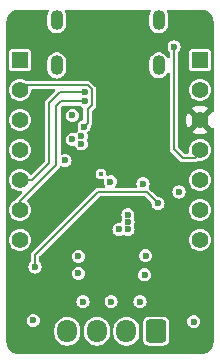
<source format=gbr>
%TF.GenerationSoftware,KiCad,Pcbnew,8.0.8*%
%TF.CreationDate,2025-03-31T15:02:32-07:00*%
%TF.ProjectId,stoplight,73746f70-6c69-4676-9874-2e6b69636164,0.1*%
%TF.SameCoordinates,Original*%
%TF.FileFunction,Copper,L3,Inr*%
%TF.FilePolarity,Positive*%
%FSLAX46Y46*%
G04 Gerber Fmt 4.6, Leading zero omitted, Abs format (unit mm)*
G04 Created by KiCad (PCBNEW 8.0.8) date 2025-03-31 15:02:32*
%MOMM*%
%LPD*%
G01*
G04 APERTURE LIST*
G04 Aperture macros list*
%AMRoundRect*
0 Rectangle with rounded corners*
0 $1 Rounding radius*
0 $2 $3 $4 $5 $6 $7 $8 $9 X,Y pos of 4 corners*
0 Add a 4 corners polygon primitive as box body*
4,1,4,$2,$3,$4,$5,$6,$7,$8,$9,$2,$3,0*
0 Add four circle primitives for the rounded corners*
1,1,$1+$1,$2,$3*
1,1,$1+$1,$4,$5*
1,1,$1+$1,$6,$7*
1,1,$1+$1,$8,$9*
0 Add four rect primitives between the rounded corners*
20,1,$1+$1,$2,$3,$4,$5,0*
20,1,$1+$1,$4,$5,$6,$7,0*
20,1,$1+$1,$6,$7,$8,$9,0*
20,1,$1+$1,$8,$9,$2,$3,0*%
G04 Aperture macros list end*
%TA.AperFunction,ComponentPad*%
%ADD10RoundRect,0.250000X0.600000X0.725000X-0.600000X0.725000X-0.600000X-0.725000X0.600000X-0.725000X0*%
%TD*%
%TA.AperFunction,ComponentPad*%
%ADD11O,1.700000X1.950000*%
%TD*%
%TA.AperFunction,ComponentPad*%
%ADD12R,1.400000X1.400000*%
%TD*%
%TA.AperFunction,ComponentPad*%
%ADD13C,1.400000*%
%TD*%
%TA.AperFunction,ComponentPad*%
%ADD14O,1.100000X1.700000*%
%TD*%
%TA.AperFunction,ViaPad*%
%ADD15C,0.600000*%
%TD*%
%TA.AperFunction,ViaPad*%
%ADD16C,0.400000*%
%TD*%
%TA.AperFunction,Conductor*%
%ADD17C,0.200000*%
%TD*%
G04 APERTURE END LIST*
D10*
%TO.N,/A2*%
%TO.C,J1*%
X154000000Y-94300000D03*
D11*
%TO.N,/A1*%
X151500000Y-94300000D03*
%TO.N,/B1*%
X149000000Y-94300000D03*
%TO.N,/B2*%
X146500000Y-94300000D03*
%TD*%
D12*
%TO.N,/LED*%
%TO.C,H1*%
X142484800Y-71348982D03*
D13*
%TO.N,/INDEX*%
X142484800Y-73888982D03*
%TO.N,/DIAG*%
X142484800Y-76428982D03*
%TO.N,unconnected-(H1-Pad4)*%
X142484800Y-78968982D03*
%TO.N,/SDA*%
X142484800Y-81508982D03*
%TO.N,/SCL*%
X142484800Y-84048982D03*
%TO.N,Net-(H1-Pad7)*%
X142484800Y-86588982D03*
%TD*%
D12*
%TO.N,+5V*%
%TO.C,H2*%
X157724800Y-71348982D03*
D13*
%TO.N,GND*%
X157724800Y-73888982D03*
%TO.N,+3V3*%
X157724800Y-76428982D03*
%TO.N,/1-WIRE*%
X157724800Y-78968982D03*
%TO.N,/TACH*%
X157724800Y-81508982D03*
%TO.N,/PWM*%
X157724800Y-84048982D03*
%TO.N,/UART*%
X157724800Y-86588982D03*
%TD*%
D14*
%TO.N,GND*%
%TO.C,USB1*%
X154240000Y-71810000D03*
X154240000Y-68000000D03*
X145600000Y-71810000D03*
X145600000Y-68000000D03*
%TD*%
D15*
%TO.N,+3V3*%
X144771624Y-82417200D03*
X145659800Y-69813800D03*
X156708800Y-89890982D03*
X154988869Y-85906075D03*
X158500000Y-69394905D03*
X156708800Y-88701200D03*
%TO.N,VM*%
X153046495Y-89535977D03*
X150131800Y-81655200D03*
X157200000Y-93500000D03*
X143600000Y-93400000D03*
X155946800Y-82524982D03*
X146907600Y-78068800D03*
X146907600Y-76036800D03*
X146294800Y-79846800D03*
X147666400Y-77800000D03*
X152898800Y-81825664D03*
X147425800Y-89400000D03*
X147666400Y-78450000D03*
%TO.N,/SCL*%
X147971200Y-74855603D03*
%TO.N,/INDEX*%
X147907600Y-76978217D03*
D16*
%TO.N,/DIAG*%
X149342800Y-80990198D03*
D15*
%TO.N,/SDA*%
X147971200Y-74055600D03*
%TO.N,/1-WIRE*%
X155530222Y-70241560D03*
%TO.N,/UART*%
X154168780Y-83492983D03*
X143754800Y-88874982D03*
%TO.N,/A2*%
X153113399Y-87924763D03*
%TO.N,/B2*%
X147433402Y-87974800D03*
%TO.N,GND*%
X147818800Y-91800000D03*
X151628800Y-85688800D03*
X152644800Y-91800000D03*
X150200000Y-91800000D03*
X151613725Y-84454177D03*
X150866800Y-85688800D03*
X151628800Y-85064982D03*
%TD*%
D17*
%TO.N,/SCL*%
X145951997Y-74855603D02*
X145567800Y-75239800D01*
X142484800Y-83286982D02*
X142484800Y-84048982D01*
X145567800Y-75239800D02*
X145567800Y-80203982D01*
X145567800Y-80203982D02*
X142484800Y-83286982D01*
X147971200Y-74855603D02*
X145951997Y-74855603D01*
%TO.N,/INDEX*%
X147907600Y-76978217D02*
X148199800Y-76686017D01*
X148571200Y-75157400D02*
X148571200Y-73807071D01*
X148571200Y-73807071D02*
X148219729Y-73455600D01*
X148219729Y-73455600D02*
X142918182Y-73455600D01*
X148199800Y-76686017D02*
X148199800Y-75528800D01*
X148199800Y-75528800D02*
X148571200Y-75157400D01*
X142918182Y-73455600D02*
X142484800Y-73888982D01*
%TO.N,/SDA*%
X147971200Y-74055600D02*
X145863000Y-74055600D01*
X144923200Y-80086582D02*
X143500800Y-81508982D01*
X145863000Y-74055600D02*
X144923200Y-74995400D01*
X144923200Y-74995400D02*
X144923200Y-80086582D01*
X143500800Y-81508982D02*
X142484800Y-81508982D01*
%TO.N,/1-WIRE*%
X156261800Y-79621982D02*
X157277800Y-79621982D01*
X155499800Y-78859982D02*
X156261800Y-79621982D01*
X155499800Y-70271982D02*
X155499800Y-78859982D01*
X155530222Y-70241560D02*
X155499800Y-70271982D01*
X157277800Y-79621982D02*
X157785800Y-79113982D01*
%TO.N,/UART*%
X154168780Y-83492983D02*
X153200779Y-82524982D01*
X153200779Y-82524982D02*
X149088800Y-82524982D01*
X143754800Y-87858982D02*
X143754800Y-88874982D01*
X149088800Y-82524982D02*
X143754800Y-87858982D01*
%TD*%
%TA.AperFunction,Conductor*%
%TO.N,+3V3*%
G36*
X144921076Y-67104020D02*
G01*
X144957040Y-67153520D01*
X144957040Y-67214706D01*
X144945200Y-67239115D01*
X144890609Y-67320813D01*
X144890603Y-67320825D01*
X144830263Y-67466501D01*
X144830263Y-67466503D01*
X144799500Y-67621155D01*
X144799500Y-68378844D01*
X144830263Y-68533496D01*
X144830263Y-68533498D01*
X144890603Y-68679174D01*
X144890609Y-68679185D01*
X144943312Y-68758059D01*
X144978211Y-68810289D01*
X145089711Y-68921789D01*
X145167876Y-68974017D01*
X145220814Y-69009390D01*
X145220825Y-69009396D01*
X145274638Y-69031685D01*
X145366503Y-69069737D01*
X145521158Y-69100500D01*
X145521159Y-69100500D01*
X145678841Y-69100500D01*
X145678842Y-69100500D01*
X145833497Y-69069737D01*
X145979179Y-69009394D01*
X146110289Y-68921789D01*
X146221789Y-68810289D01*
X146309394Y-68679179D01*
X146369737Y-68533497D01*
X146400500Y-68378842D01*
X146400500Y-67621158D01*
X146369737Y-67466503D01*
X146349622Y-67417942D01*
X146309396Y-67320825D01*
X146309390Y-67320813D01*
X146254800Y-67239115D01*
X146238191Y-67180227D01*
X146259368Y-67122823D01*
X146310242Y-67088830D01*
X146337115Y-67085113D01*
X153502885Y-67085113D01*
X153561076Y-67104020D01*
X153597040Y-67153520D01*
X153597040Y-67214706D01*
X153585200Y-67239115D01*
X153530609Y-67320813D01*
X153530603Y-67320825D01*
X153470263Y-67466501D01*
X153470263Y-67466503D01*
X153439500Y-67621155D01*
X153439500Y-68378844D01*
X153470263Y-68533496D01*
X153470263Y-68533498D01*
X153530603Y-68679174D01*
X153530609Y-68679185D01*
X153583312Y-68758059D01*
X153618211Y-68810289D01*
X153729711Y-68921789D01*
X153807876Y-68974017D01*
X153860814Y-69009390D01*
X153860825Y-69009396D01*
X153914638Y-69031685D01*
X154006503Y-69069737D01*
X154161158Y-69100500D01*
X154161159Y-69100500D01*
X154318841Y-69100500D01*
X154318842Y-69100500D01*
X154473497Y-69069737D01*
X154619179Y-69009394D01*
X154750289Y-68921789D01*
X154861789Y-68810289D01*
X154949394Y-68679179D01*
X155009737Y-68533497D01*
X155040500Y-68378842D01*
X155040500Y-67621158D01*
X155009737Y-67466503D01*
X154989622Y-67417942D01*
X154949396Y-67320825D01*
X154949390Y-67320813D01*
X154894800Y-67239115D01*
X154878191Y-67180227D01*
X154899368Y-67122823D01*
X154950242Y-67088830D01*
X154977115Y-67085113D01*
X157785908Y-67085113D01*
X157847481Y-67085113D01*
X157856109Y-67085490D01*
X158020903Y-67099907D01*
X158037883Y-67102900D01*
X158193496Y-67144597D01*
X158209702Y-67150496D01*
X158355699Y-67218577D01*
X158370637Y-67227201D01*
X158370715Y-67227256D01*
X158502592Y-67319597D01*
X158515812Y-67330690D01*
X158629715Y-67444594D01*
X158640807Y-67457813D01*
X158733199Y-67589764D01*
X158741828Y-67604709D01*
X158809906Y-67750704D01*
X158815808Y-67766921D01*
X158857497Y-67922516D01*
X158860493Y-67939510D01*
X158874922Y-68104448D01*
X158875299Y-68113076D01*
X158875299Y-68180673D01*
X158875313Y-68180896D01*
X158876420Y-73869091D01*
X158870558Y-73887142D01*
X158876428Y-73908756D01*
X158876773Y-75677477D01*
X158857877Y-75735671D01*
X158808384Y-75771645D01*
X158770919Y-75776258D01*
X158733662Y-75773672D01*
X158124799Y-76382535D01*
X158124799Y-76376321D01*
X158097540Y-76274588D01*
X158044879Y-76183377D01*
X157970405Y-76108903D01*
X157879194Y-76056242D01*
X157777461Y-76028983D01*
X157771243Y-76028983D01*
X158378126Y-75422100D01*
X158261986Y-75350188D01*
X158261980Y-75350185D01*
X158054599Y-75269845D01*
X157835996Y-75228982D01*
X157613604Y-75228982D01*
X157395000Y-75269845D01*
X157187621Y-75350184D01*
X157187616Y-75350187D01*
X157071472Y-75422100D01*
X157678355Y-76028983D01*
X157672139Y-76028983D01*
X157570406Y-76056242D01*
X157479195Y-76108903D01*
X157404721Y-76183377D01*
X157352060Y-76274588D01*
X157324801Y-76376321D01*
X157324801Y-76382537D01*
X156715937Y-75773673D01*
X156700168Y-75794556D01*
X156601039Y-75993634D01*
X156540179Y-76207536D01*
X156519659Y-76428982D01*
X156540179Y-76650427D01*
X156601039Y-76864329D01*
X156700164Y-77063399D01*
X156700169Y-77063408D01*
X156715938Y-77084288D01*
X157324801Y-76475425D01*
X157324801Y-76481643D01*
X157352060Y-76583376D01*
X157404721Y-76674587D01*
X157479195Y-76749061D01*
X157570406Y-76801722D01*
X157672139Y-76828981D01*
X157678353Y-76828981D01*
X157071472Y-77435862D01*
X157187613Y-77507775D01*
X157187619Y-77507778D01*
X157395000Y-77588118D01*
X157613604Y-77628982D01*
X157835996Y-77628982D01*
X158054599Y-77588118D01*
X158261980Y-77507778D01*
X158261981Y-77507778D01*
X158378126Y-77435862D01*
X157771245Y-76828981D01*
X157777461Y-76828981D01*
X157879194Y-76801722D01*
X157970405Y-76749061D01*
X158044879Y-76674587D01*
X158097540Y-76583376D01*
X158124799Y-76481643D01*
X158124799Y-76475427D01*
X158733662Y-77084290D01*
X158771211Y-77081684D01*
X158830571Y-77096516D01*
X158869876Y-77143407D01*
X158877066Y-77180427D01*
X158877412Y-78959160D01*
X158874520Y-78968064D01*
X158877416Y-78978726D01*
X158880580Y-95218063D01*
X158880203Y-95226708D01*
X158865711Y-95392395D01*
X158862715Y-95409391D01*
X158820785Y-95565883D01*
X158814883Y-95582099D01*
X158746418Y-95728928D01*
X158737790Y-95743873D01*
X158644867Y-95876584D01*
X158633774Y-95889804D01*
X158519221Y-96004360D01*
X158506002Y-96015453D01*
X158373289Y-96108381D01*
X158358344Y-96117009D01*
X158211521Y-96185475D01*
X158195304Y-96191378D01*
X158038810Y-96233311D01*
X158021816Y-96236307D01*
X157856463Y-96250774D01*
X157847834Y-96251151D01*
X142456439Y-96251151D01*
X142430818Y-96247778D01*
X142423694Y-96245869D01*
X142423692Y-96245869D01*
X142362119Y-96245869D01*
X142353491Y-96245492D01*
X142248506Y-96236307D01*
X142188705Y-96231075D01*
X142171711Y-96228079D01*
X142016113Y-96186386D01*
X141999896Y-96180483D01*
X141853907Y-96112406D01*
X141838965Y-96103780D01*
X141707008Y-96011380D01*
X141693796Y-96000293D01*
X141579890Y-95886384D01*
X141568802Y-95873169D01*
X141476410Y-95741214D01*
X141467782Y-95726270D01*
X141399708Y-95580281D01*
X141393806Y-95564064D01*
X141383473Y-95525498D01*
X141352117Y-95408467D01*
X141349122Y-95391475D01*
X141334677Y-95226327D01*
X141334300Y-95217698D01*
X141334302Y-95156487D01*
X141334300Y-95156482D01*
X141334301Y-95150435D01*
X141334300Y-95150401D01*
X141334300Y-94088385D01*
X145399500Y-94088385D01*
X145399500Y-94511614D01*
X145426597Y-94682702D01*
X145426598Y-94682706D01*
X145480123Y-94847438D01*
X145480125Y-94847441D01*
X145480126Y-94847444D01*
X145480127Y-94847445D01*
X145558768Y-95001788D01*
X145660586Y-95141928D01*
X145783072Y-95264414D01*
X145923212Y-95366232D01*
X146077555Y-95444873D01*
X146077557Y-95444873D01*
X146077558Y-95444874D01*
X146077561Y-95444876D01*
X146242293Y-95498401D01*
X146242297Y-95498402D01*
X146413386Y-95525500D01*
X146413389Y-95525500D01*
X146586614Y-95525500D01*
X146757702Y-95498402D01*
X146757706Y-95498401D01*
X146922438Y-95444876D01*
X146922440Y-95444874D01*
X146922445Y-95444873D01*
X147076788Y-95366232D01*
X147216928Y-95264414D01*
X147339414Y-95141928D01*
X147441232Y-95001788D01*
X147519873Y-94847445D01*
X147519874Y-94847440D01*
X147519876Y-94847438D01*
X147573401Y-94682706D01*
X147573402Y-94682702D01*
X147600500Y-94511614D01*
X147600500Y-94088385D01*
X147899500Y-94088385D01*
X147899500Y-94511614D01*
X147926597Y-94682702D01*
X147926598Y-94682706D01*
X147980123Y-94847438D01*
X147980125Y-94847441D01*
X147980126Y-94847444D01*
X147980127Y-94847445D01*
X148058768Y-95001788D01*
X148160586Y-95141928D01*
X148283072Y-95264414D01*
X148423212Y-95366232D01*
X148577555Y-95444873D01*
X148577557Y-95444873D01*
X148577558Y-95444874D01*
X148577561Y-95444876D01*
X148742293Y-95498401D01*
X148742297Y-95498402D01*
X148913386Y-95525500D01*
X148913389Y-95525500D01*
X149086614Y-95525500D01*
X149257702Y-95498402D01*
X149257706Y-95498401D01*
X149422438Y-95444876D01*
X149422440Y-95444874D01*
X149422445Y-95444873D01*
X149576788Y-95366232D01*
X149716928Y-95264414D01*
X149839414Y-95141928D01*
X149941232Y-95001788D01*
X150019873Y-94847445D01*
X150019874Y-94847440D01*
X150019876Y-94847438D01*
X150073401Y-94682706D01*
X150073402Y-94682702D01*
X150100500Y-94511614D01*
X150100500Y-94088385D01*
X150399500Y-94088385D01*
X150399500Y-94511614D01*
X150426597Y-94682702D01*
X150426598Y-94682706D01*
X150480123Y-94847438D01*
X150480125Y-94847441D01*
X150480126Y-94847444D01*
X150480127Y-94847445D01*
X150558768Y-95001788D01*
X150660586Y-95141928D01*
X150783072Y-95264414D01*
X150923212Y-95366232D01*
X151077555Y-95444873D01*
X151077557Y-95444873D01*
X151077558Y-95444874D01*
X151077561Y-95444876D01*
X151242293Y-95498401D01*
X151242297Y-95498402D01*
X151413386Y-95525500D01*
X151413389Y-95525500D01*
X151586614Y-95525500D01*
X151757702Y-95498402D01*
X151757706Y-95498401D01*
X151922438Y-95444876D01*
X151922440Y-95444874D01*
X151922445Y-95444873D01*
X152076788Y-95366232D01*
X152216928Y-95264414D01*
X152339414Y-95141928D01*
X152441232Y-95001788D01*
X152519873Y-94847445D01*
X152519874Y-94847440D01*
X152519876Y-94847438D01*
X152573401Y-94682706D01*
X152573402Y-94682702D01*
X152600500Y-94511614D01*
X152600500Y-94088385D01*
X152573402Y-93917297D01*
X152573401Y-93917293D01*
X152519876Y-93752561D01*
X152519874Y-93752558D01*
X152519873Y-93752557D01*
X152519873Y-93752555D01*
X152441232Y-93598212D01*
X152389587Y-93527129D01*
X152899500Y-93527129D01*
X152899500Y-95072866D01*
X152899501Y-95072870D01*
X152905908Y-95132480D01*
X152905909Y-95132485D01*
X152956202Y-95267329D01*
X153030241Y-95366232D01*
X153042454Y-95382546D01*
X153042457Y-95382548D01*
X153042458Y-95382549D01*
X153157670Y-95468797D01*
X153292511Y-95519089D01*
X153292512Y-95519089D01*
X153292517Y-95519091D01*
X153352127Y-95525500D01*
X154647872Y-95525499D01*
X154707483Y-95519091D01*
X154774907Y-95493943D01*
X154842329Y-95468797D01*
X154842329Y-95468796D01*
X154842331Y-95468796D01*
X154957546Y-95382546D01*
X155043796Y-95267331D01*
X155058948Y-95226708D01*
X155085141Y-95156479D01*
X155094091Y-95132483D01*
X155100500Y-95072873D01*
X155100499Y-93527128D01*
X155097583Y-93499999D01*
X156644750Y-93499999D01*
X156644750Y-93500000D01*
X156663669Y-93643708D01*
X156663670Y-93643709D01*
X156719139Y-93777625D01*
X156807379Y-93892621D01*
X156922375Y-93980861D01*
X157056291Y-94036330D01*
X157200000Y-94055250D01*
X157343709Y-94036330D01*
X157477625Y-93980861D01*
X157592621Y-93892621D01*
X157680861Y-93777625D01*
X157736330Y-93643709D01*
X157755250Y-93500000D01*
X157750973Y-93467517D01*
X157736330Y-93356291D01*
X157680861Y-93222375D01*
X157592621Y-93107379D01*
X157477625Y-93019139D01*
X157477621Y-93019137D01*
X157343709Y-92963670D01*
X157343708Y-92963669D01*
X157200000Y-92944750D01*
X157056291Y-92963669D01*
X157056290Y-92963670D01*
X156922378Y-93019137D01*
X156922374Y-93019139D01*
X156807381Y-93107377D01*
X156807377Y-93107381D01*
X156719139Y-93222374D01*
X156719137Y-93222378D01*
X156663670Y-93356290D01*
X156663669Y-93356291D01*
X156644750Y-93499999D01*
X155097583Y-93499999D01*
X155094091Y-93467517D01*
X155068909Y-93400000D01*
X155043797Y-93332670D01*
X154957549Y-93217458D01*
X154957548Y-93217457D01*
X154957546Y-93217454D01*
X154957541Y-93217450D01*
X154842329Y-93131202D01*
X154707488Y-93080910D01*
X154707483Y-93080909D01*
X154707481Y-93080908D01*
X154707477Y-93080908D01*
X154676249Y-93077550D01*
X154647873Y-93074500D01*
X154647870Y-93074500D01*
X153352133Y-93074500D01*
X153352129Y-93074500D01*
X153352128Y-93074501D01*
X153344949Y-93075272D01*
X153292519Y-93080908D01*
X153292514Y-93080909D01*
X153157670Y-93131202D01*
X153042458Y-93217450D01*
X153042450Y-93217458D01*
X152956202Y-93332670D01*
X152905910Y-93467511D01*
X152905908Y-93467522D01*
X152899500Y-93527129D01*
X152389587Y-93527129D01*
X152339414Y-93458072D01*
X152216928Y-93335586D01*
X152076788Y-93233768D01*
X152076787Y-93233767D01*
X152076785Y-93233766D01*
X151922441Y-93155125D01*
X151922438Y-93155123D01*
X151757706Y-93101598D01*
X151757702Y-93101597D01*
X151586614Y-93074500D01*
X151586611Y-93074500D01*
X151413389Y-93074500D01*
X151413386Y-93074500D01*
X151242297Y-93101597D01*
X151242293Y-93101598D01*
X151077561Y-93155123D01*
X151077558Y-93155125D01*
X150923214Y-93233766D01*
X150783073Y-93335585D01*
X150660585Y-93458073D01*
X150558766Y-93598214D01*
X150480125Y-93752558D01*
X150480123Y-93752561D01*
X150426598Y-93917293D01*
X150426597Y-93917297D01*
X150399500Y-94088385D01*
X150100500Y-94088385D01*
X150073402Y-93917297D01*
X150073401Y-93917293D01*
X150019876Y-93752561D01*
X150019874Y-93752558D01*
X150019873Y-93752557D01*
X150019873Y-93752555D01*
X149941232Y-93598212D01*
X149839414Y-93458072D01*
X149716928Y-93335586D01*
X149576788Y-93233768D01*
X149576787Y-93233767D01*
X149576785Y-93233766D01*
X149422441Y-93155125D01*
X149422438Y-93155123D01*
X149257706Y-93101598D01*
X149257702Y-93101597D01*
X149086614Y-93074500D01*
X149086611Y-93074500D01*
X148913389Y-93074500D01*
X148913386Y-93074500D01*
X148742297Y-93101597D01*
X148742293Y-93101598D01*
X148577561Y-93155123D01*
X148577558Y-93155125D01*
X148423214Y-93233766D01*
X148283073Y-93335585D01*
X148160585Y-93458073D01*
X148058766Y-93598214D01*
X147980125Y-93752558D01*
X147980123Y-93752561D01*
X147926598Y-93917293D01*
X147926597Y-93917297D01*
X147899500Y-94088385D01*
X147600500Y-94088385D01*
X147573402Y-93917297D01*
X147573401Y-93917293D01*
X147519876Y-93752561D01*
X147519874Y-93752558D01*
X147519873Y-93752557D01*
X147519873Y-93752555D01*
X147441232Y-93598212D01*
X147339414Y-93458072D01*
X147216928Y-93335586D01*
X147076788Y-93233768D01*
X147076787Y-93233767D01*
X147076785Y-93233766D01*
X146922441Y-93155125D01*
X146922438Y-93155123D01*
X146757706Y-93101598D01*
X146757702Y-93101597D01*
X146586614Y-93074500D01*
X146586611Y-93074500D01*
X146413389Y-93074500D01*
X146413386Y-93074500D01*
X146242297Y-93101597D01*
X146242293Y-93101598D01*
X146077561Y-93155123D01*
X146077558Y-93155125D01*
X145923214Y-93233766D01*
X145783073Y-93335585D01*
X145660585Y-93458073D01*
X145558766Y-93598214D01*
X145480125Y-93752558D01*
X145480123Y-93752561D01*
X145426598Y-93917293D01*
X145426597Y-93917297D01*
X145399500Y-94088385D01*
X141334300Y-94088385D01*
X141334300Y-93399999D01*
X143044750Y-93399999D01*
X143044750Y-93400000D01*
X143063669Y-93543708D01*
X143063670Y-93543709D01*
X143105090Y-93643709D01*
X143119139Y-93677625D01*
X143207379Y-93792621D01*
X143322375Y-93880861D01*
X143456291Y-93936330D01*
X143600000Y-93955250D01*
X143743709Y-93936330D01*
X143877625Y-93880861D01*
X143992621Y-93792621D01*
X144080861Y-93677625D01*
X144136330Y-93543709D01*
X144155250Y-93400000D01*
X144149495Y-93356291D01*
X144136330Y-93256291D01*
X144080861Y-93122375D01*
X143992621Y-93007379D01*
X143877625Y-92919139D01*
X143877621Y-92919137D01*
X143743709Y-92863670D01*
X143743708Y-92863669D01*
X143600000Y-92844750D01*
X143456291Y-92863669D01*
X143456290Y-92863670D01*
X143322378Y-92919137D01*
X143322374Y-92919139D01*
X143207381Y-93007377D01*
X143207377Y-93007381D01*
X143119139Y-93122374D01*
X143119137Y-93122378D01*
X143063670Y-93256290D01*
X143063669Y-93256291D01*
X143044750Y-93399999D01*
X141334300Y-93399999D01*
X141334300Y-91799999D01*
X147263550Y-91799999D01*
X147263550Y-91800000D01*
X147282469Y-91943708D01*
X147282470Y-91943709D01*
X147337939Y-92077625D01*
X147426179Y-92192621D01*
X147541175Y-92280861D01*
X147675091Y-92336330D01*
X147818800Y-92355250D01*
X147962509Y-92336330D01*
X148096425Y-92280861D01*
X148211421Y-92192621D01*
X148299661Y-92077625D01*
X148355130Y-91943709D01*
X148374050Y-91800000D01*
X148374050Y-91799999D01*
X149644750Y-91799999D01*
X149644750Y-91800000D01*
X149663669Y-91943708D01*
X149663670Y-91943709D01*
X149719139Y-92077625D01*
X149807379Y-92192621D01*
X149922375Y-92280861D01*
X150056291Y-92336330D01*
X150200000Y-92355250D01*
X150343709Y-92336330D01*
X150477625Y-92280861D01*
X150592621Y-92192621D01*
X150680861Y-92077625D01*
X150736330Y-91943709D01*
X150755250Y-91800000D01*
X150755250Y-91799999D01*
X152089550Y-91799999D01*
X152089550Y-91800000D01*
X152108469Y-91943708D01*
X152108470Y-91943709D01*
X152163939Y-92077625D01*
X152252179Y-92192621D01*
X152367175Y-92280861D01*
X152501091Y-92336330D01*
X152644800Y-92355250D01*
X152788509Y-92336330D01*
X152922425Y-92280861D01*
X153037421Y-92192621D01*
X153125661Y-92077625D01*
X153181130Y-91943709D01*
X153200050Y-91800000D01*
X153181130Y-91656291D01*
X153125661Y-91522375D01*
X153037421Y-91407379D01*
X152922425Y-91319139D01*
X152922421Y-91319137D01*
X152788509Y-91263670D01*
X152788508Y-91263669D01*
X152644800Y-91244750D01*
X152501091Y-91263669D01*
X152501090Y-91263670D01*
X152367178Y-91319137D01*
X152367174Y-91319139D01*
X152252181Y-91407377D01*
X152252177Y-91407381D01*
X152163939Y-91522374D01*
X152163937Y-91522378D01*
X152108470Y-91656290D01*
X152108469Y-91656291D01*
X152089550Y-91799999D01*
X150755250Y-91799999D01*
X150736330Y-91656291D01*
X150680861Y-91522375D01*
X150592621Y-91407379D01*
X150477625Y-91319139D01*
X150477621Y-91319137D01*
X150343709Y-91263670D01*
X150343708Y-91263669D01*
X150200000Y-91244750D01*
X150056291Y-91263669D01*
X150056290Y-91263670D01*
X149922378Y-91319137D01*
X149922374Y-91319139D01*
X149807381Y-91407377D01*
X149807377Y-91407381D01*
X149719139Y-91522374D01*
X149719137Y-91522378D01*
X149663670Y-91656290D01*
X149663669Y-91656291D01*
X149644750Y-91799999D01*
X148374050Y-91799999D01*
X148355130Y-91656291D01*
X148299661Y-91522375D01*
X148211421Y-91407379D01*
X148096425Y-91319139D01*
X148096421Y-91319137D01*
X147962509Y-91263670D01*
X147962508Y-91263669D01*
X147818800Y-91244750D01*
X147675091Y-91263669D01*
X147675090Y-91263670D01*
X147541178Y-91319137D01*
X147541174Y-91319139D01*
X147426181Y-91407377D01*
X147426177Y-91407381D01*
X147337939Y-91522374D01*
X147337937Y-91522378D01*
X147282470Y-91656290D01*
X147282469Y-91656291D01*
X147263550Y-91799999D01*
X141334300Y-91799999D01*
X141334300Y-88874981D01*
X143199550Y-88874981D01*
X143199550Y-88874982D01*
X143218469Y-89018690D01*
X143218470Y-89018691D01*
X143261416Y-89122375D01*
X143273939Y-89152607D01*
X143362179Y-89267603D01*
X143477175Y-89355843D01*
X143611091Y-89411312D01*
X143754800Y-89430232D01*
X143898509Y-89411312D01*
X143925821Y-89399999D01*
X146870550Y-89399999D01*
X146870550Y-89400000D01*
X146889469Y-89543708D01*
X146889470Y-89543709D01*
X146944939Y-89677625D01*
X147033179Y-89792621D01*
X147148175Y-89880861D01*
X147282091Y-89936330D01*
X147425800Y-89955250D01*
X147569509Y-89936330D01*
X147703425Y-89880861D01*
X147818421Y-89792621D01*
X147906661Y-89677625D01*
X147962130Y-89543709D01*
X147963148Y-89535976D01*
X152491245Y-89535976D01*
X152491245Y-89535977D01*
X152510164Y-89679685D01*
X152510165Y-89679686D01*
X152556943Y-89792621D01*
X152565634Y-89813602D01*
X152653874Y-89928598D01*
X152768870Y-90016838D01*
X152902786Y-90072307D01*
X153046495Y-90091227D01*
X153190204Y-90072307D01*
X153324120Y-90016838D01*
X153439116Y-89928598D01*
X153527356Y-89813602D01*
X153582825Y-89679686D01*
X153601745Y-89535977D01*
X153582825Y-89392268D01*
X153527356Y-89258352D01*
X153439116Y-89143356D01*
X153324120Y-89055116D01*
X153324116Y-89055114D01*
X153190204Y-88999647D01*
X153190203Y-88999646D01*
X153046495Y-88980727D01*
X152902786Y-88999646D01*
X152902785Y-88999647D01*
X152768873Y-89055114D01*
X152768869Y-89055116D01*
X152653876Y-89143354D01*
X152653872Y-89143358D01*
X152565634Y-89258351D01*
X152565632Y-89258355D01*
X152510165Y-89392267D01*
X152510164Y-89392268D01*
X152491245Y-89535976D01*
X147963148Y-89535976D01*
X147981050Y-89400000D01*
X147962130Y-89256291D01*
X147906661Y-89122375D01*
X147818421Y-89007379D01*
X147703425Y-88919139D01*
X147703421Y-88919137D01*
X147569509Y-88863670D01*
X147569508Y-88863669D01*
X147425800Y-88844750D01*
X147282091Y-88863669D01*
X147282090Y-88863670D01*
X147148178Y-88919137D01*
X147148174Y-88919139D01*
X147033181Y-89007377D01*
X147033177Y-89007381D01*
X146944939Y-89122374D01*
X146944937Y-89122378D01*
X146889470Y-89256290D01*
X146889469Y-89256291D01*
X146870550Y-89399999D01*
X143925821Y-89399999D01*
X144032425Y-89355843D01*
X144147421Y-89267603D01*
X144235661Y-89152607D01*
X144291130Y-89018691D01*
X144310050Y-88874982D01*
X144291130Y-88731273D01*
X144235661Y-88597357D01*
X144147421Y-88482361D01*
X144147419Y-88482359D01*
X144147418Y-88482358D01*
X144144031Y-88479759D01*
X144109376Y-88429333D01*
X144105300Y-88401218D01*
X144105300Y-88045172D01*
X144124207Y-87986981D01*
X144134296Y-87975168D01*
X144134665Y-87974799D01*
X146878152Y-87974799D01*
X146878152Y-87974800D01*
X146897071Y-88118508D01*
X146897072Y-88118509D01*
X146931813Y-88202384D01*
X146952541Y-88252425D01*
X147040781Y-88367421D01*
X147155777Y-88455661D01*
X147289693Y-88511130D01*
X147433402Y-88530050D01*
X147577111Y-88511130D01*
X147711027Y-88455661D01*
X147826023Y-88367421D01*
X147914263Y-88252425D01*
X147969732Y-88118509D01*
X147988652Y-87974800D01*
X147982064Y-87924762D01*
X152558149Y-87924762D01*
X152558149Y-87924763D01*
X152577068Y-88068471D01*
X152577069Y-88068472D01*
X152632538Y-88202388D01*
X152720778Y-88317384D01*
X152835774Y-88405624D01*
X152969690Y-88461093D01*
X153113399Y-88480013D01*
X153257108Y-88461093D01*
X153391024Y-88405624D01*
X153506020Y-88317384D01*
X153594260Y-88202388D01*
X153649729Y-88068472D01*
X153668649Y-87924763D01*
X153656316Y-87831090D01*
X153649729Y-87781054D01*
X153594260Y-87647138D01*
X153506020Y-87532142D01*
X153391024Y-87443902D01*
X153391020Y-87443900D01*
X153257108Y-87388433D01*
X153257107Y-87388432D01*
X153113399Y-87369513D01*
X152969690Y-87388432D01*
X152969689Y-87388433D01*
X152835777Y-87443900D01*
X152835773Y-87443902D01*
X152720780Y-87532140D01*
X152720776Y-87532144D01*
X152632538Y-87647137D01*
X152632536Y-87647141D01*
X152577069Y-87781053D01*
X152577068Y-87781054D01*
X152558149Y-87924762D01*
X147982064Y-87924762D01*
X147969732Y-87831091D01*
X147914263Y-87697175D01*
X147826023Y-87582179D01*
X147711027Y-87493939D01*
X147711023Y-87493937D01*
X147577111Y-87438470D01*
X147577110Y-87438469D01*
X147433402Y-87419550D01*
X147289693Y-87438469D01*
X147289692Y-87438470D01*
X147155780Y-87493937D01*
X147155776Y-87493939D01*
X147040783Y-87582177D01*
X147040779Y-87582181D01*
X146952541Y-87697174D01*
X146952539Y-87697178D01*
X146897072Y-87831090D01*
X146897071Y-87831091D01*
X146878152Y-87974799D01*
X144134665Y-87974799D01*
X145520487Y-86588977D01*
X156769701Y-86588977D01*
X156769701Y-86588986D01*
X156788051Y-86775307D01*
X156788052Y-86775310D01*
X156842405Y-86954486D01*
X156842406Y-86954488D01*
X156930659Y-87119599D01*
X156930662Y-87119604D01*
X156930664Y-87119607D01*
X156980195Y-87179960D01*
X157049438Y-87264334D01*
X157049447Y-87264343D01*
X157116945Y-87319737D01*
X157194175Y-87383118D01*
X157194180Y-87383120D01*
X157194182Y-87383122D01*
X157359293Y-87471375D01*
X157359299Y-87471378D01*
X157538469Y-87525729D01*
X157538471Y-87525729D01*
X157538474Y-87525730D01*
X157724796Y-87544081D01*
X157724800Y-87544081D01*
X157724804Y-87544081D01*
X157911125Y-87525730D01*
X157911126Y-87525729D01*
X157911131Y-87525729D01*
X158090301Y-87471378D01*
X158255425Y-87383118D01*
X158400157Y-87264339D01*
X158518936Y-87119607D01*
X158607196Y-86954483D01*
X158661547Y-86775313D01*
X158679624Y-86591782D01*
X158679899Y-86588986D01*
X158679899Y-86588977D01*
X158661548Y-86402656D01*
X158661547Y-86402653D01*
X158661547Y-86402651D01*
X158607196Y-86223481D01*
X158607193Y-86223475D01*
X158518940Y-86058364D01*
X158518938Y-86058362D01*
X158518936Y-86058357D01*
X158443486Y-85966421D01*
X158400161Y-85913629D01*
X158400152Y-85913620D01*
X158301316Y-85832508D01*
X158255425Y-85794846D01*
X158255422Y-85794844D01*
X158255417Y-85794841D01*
X158090306Y-85706588D01*
X158090304Y-85706587D01*
X158031665Y-85688799D01*
X157911131Y-85652235D01*
X157911128Y-85652234D01*
X157911125Y-85652233D01*
X157724804Y-85633883D01*
X157724796Y-85633883D01*
X157538474Y-85652233D01*
X157538471Y-85652234D01*
X157359295Y-85706587D01*
X157359293Y-85706588D01*
X157194182Y-85794841D01*
X157194176Y-85794845D01*
X157049447Y-85913620D01*
X157049438Y-85913629D01*
X156930663Y-86058358D01*
X156930659Y-86058364D01*
X156842406Y-86223475D01*
X156842405Y-86223477D01*
X156788052Y-86402653D01*
X156788051Y-86402656D01*
X156769701Y-86588977D01*
X145520487Y-86588977D01*
X146420665Y-85688799D01*
X150311550Y-85688799D01*
X150311550Y-85688800D01*
X150330469Y-85832508D01*
X150330470Y-85832509D01*
X150364070Y-85913629D01*
X150385939Y-85966425D01*
X150474179Y-86081421D01*
X150589175Y-86169661D01*
X150723091Y-86225130D01*
X150866800Y-86244050D01*
X151010509Y-86225130D01*
X151144425Y-86169661D01*
X151156855Y-86160122D01*
X151187532Y-86136584D01*
X151245208Y-86116159D01*
X151303874Y-86133536D01*
X151308068Y-86136584D01*
X151351169Y-86169657D01*
X151351171Y-86169658D01*
X151351175Y-86169661D01*
X151485091Y-86225130D01*
X151628800Y-86244050D01*
X151772509Y-86225130D01*
X151906425Y-86169661D01*
X152021421Y-86081421D01*
X152109661Y-85966425D01*
X152165130Y-85832509D01*
X152184050Y-85688800D01*
X152165130Y-85545091D01*
X152111153Y-85414776D01*
X152106353Y-85353779D01*
X152111153Y-85339006D01*
X152128893Y-85296177D01*
X152165130Y-85208691D01*
X152184050Y-85064982D01*
X152165130Y-84921273D01*
X152109661Y-84787357D01*
X152107178Y-84781362D01*
X152109586Y-84780364D01*
X152099173Y-84731380D01*
X152106165Y-84703846D01*
X152150055Y-84597886D01*
X152168975Y-84454177D01*
X152163749Y-84414486D01*
X152150055Y-84310468D01*
X152094586Y-84176552D01*
X152006346Y-84061556D01*
X151989953Y-84048977D01*
X156769701Y-84048977D01*
X156769701Y-84048986D01*
X156788051Y-84235307D01*
X156788052Y-84235310D01*
X156842405Y-84414486D01*
X156842406Y-84414488D01*
X156930659Y-84579599D01*
X156930662Y-84579604D01*
X156930664Y-84579607D01*
X156980195Y-84639960D01*
X157049438Y-84724334D01*
X157049447Y-84724343D01*
X157104352Y-84769402D01*
X157194175Y-84843118D01*
X157194180Y-84843120D01*
X157194182Y-84843122D01*
X157340399Y-84921276D01*
X157359299Y-84931378D01*
X157538469Y-84985729D01*
X157538471Y-84985729D01*
X157538474Y-84985730D01*
X157724796Y-85004081D01*
X157724800Y-85004081D01*
X157724804Y-85004081D01*
X157911125Y-84985730D01*
X157911126Y-84985729D01*
X157911131Y-84985729D01*
X158090301Y-84931378D01*
X158255425Y-84843118D01*
X158400157Y-84724339D01*
X158518936Y-84579607D01*
X158607196Y-84414483D01*
X158661547Y-84235313D01*
X158667335Y-84176555D01*
X158679899Y-84048986D01*
X158679899Y-84048977D01*
X158661548Y-83862656D01*
X158661547Y-83862653D01*
X158661547Y-83862651D01*
X158607196Y-83683481D01*
X158582187Y-83636692D01*
X158518940Y-83518364D01*
X158518938Y-83518362D01*
X158518936Y-83518357D01*
X158454913Y-83440345D01*
X158400161Y-83373629D01*
X158400152Y-83373620D01*
X158315778Y-83304377D01*
X158255425Y-83254846D01*
X158255422Y-83254844D01*
X158255417Y-83254841D01*
X158090306Y-83166588D01*
X158090304Y-83166587D01*
X158088652Y-83166086D01*
X158000716Y-83139410D01*
X157911128Y-83112234D01*
X157911125Y-83112233D01*
X157724804Y-83093883D01*
X157724796Y-83093883D01*
X157538474Y-83112233D01*
X157538471Y-83112234D01*
X157359295Y-83166587D01*
X157359293Y-83166588D01*
X157194182Y-83254841D01*
X157194176Y-83254845D01*
X157049447Y-83373620D01*
X157049438Y-83373629D01*
X156930663Y-83518358D01*
X156930659Y-83518364D01*
X156842406Y-83683475D01*
X156842405Y-83683477D01*
X156788052Y-83862653D01*
X156788051Y-83862656D01*
X156769701Y-84048977D01*
X151989953Y-84048977D01*
X151891350Y-83973316D01*
X151891346Y-83973314D01*
X151757434Y-83917847D01*
X151757433Y-83917846D01*
X151613725Y-83898927D01*
X151470016Y-83917846D01*
X151470015Y-83917847D01*
X151336103Y-83973314D01*
X151336099Y-83973316D01*
X151221106Y-84061554D01*
X151221102Y-84061558D01*
X151132864Y-84176551D01*
X151132862Y-84176555D01*
X151077395Y-84310467D01*
X151077394Y-84310468D01*
X151058475Y-84454176D01*
X151058475Y-84454177D01*
X151077394Y-84597885D01*
X151077395Y-84597886D01*
X151135347Y-84737797D01*
X151132941Y-84738793D01*
X151143349Y-84787796D01*
X151136358Y-84815315D01*
X151092471Y-84921272D01*
X151092469Y-84921276D01*
X151074076Y-85060985D01*
X151047735Y-85116209D01*
X150993964Y-85145404D01*
X150963001Y-85146215D01*
X150866801Y-85133550D01*
X150866800Y-85133550D01*
X150723091Y-85152469D01*
X150723090Y-85152470D01*
X150589178Y-85207937D01*
X150589174Y-85207939D01*
X150474181Y-85296177D01*
X150474177Y-85296181D01*
X150385939Y-85411174D01*
X150385937Y-85411178D01*
X150330470Y-85545090D01*
X150330469Y-85545091D01*
X150311550Y-85688799D01*
X146420665Y-85688799D01*
X149204986Y-82904478D01*
X149259503Y-82876701D01*
X149274990Y-82875482D01*
X153014589Y-82875482D01*
X153072780Y-82894389D01*
X153084593Y-82904478D01*
X153585938Y-83405823D01*
X153613715Y-83460340D01*
X153614087Y-83488746D01*
X153613530Y-83492977D01*
X153613530Y-83492983D01*
X153632449Y-83636691D01*
X153632450Y-83636692D01*
X153687919Y-83770608D01*
X153776159Y-83885604D01*
X153891155Y-83973844D01*
X154025071Y-84029313D01*
X154168780Y-84048233D01*
X154312489Y-84029313D01*
X154446405Y-83973844D01*
X154561401Y-83885604D01*
X154649641Y-83770608D01*
X154705110Y-83636692D01*
X154724030Y-83492983D01*
X154705110Y-83349274D01*
X154649641Y-83215358D01*
X154561401Y-83100362D01*
X154446405Y-83012122D01*
X154446401Y-83012120D01*
X154312489Y-82956653D01*
X154312488Y-82956652D01*
X154168780Y-82937733D01*
X154168775Y-82937733D01*
X154164543Y-82938290D01*
X154104383Y-82927138D01*
X154081620Y-82910141D01*
X153795457Y-82623978D01*
X153696460Y-82524981D01*
X155391550Y-82524981D01*
X155391550Y-82524982D01*
X155410469Y-82668690D01*
X155410470Y-82668691D01*
X155465939Y-82802607D01*
X155554179Y-82917603D01*
X155669175Y-83005843D01*
X155803091Y-83061312D01*
X155946800Y-83080232D01*
X156090509Y-83061312D01*
X156224425Y-83005843D01*
X156339421Y-82917603D01*
X156427661Y-82802607D01*
X156483130Y-82668691D01*
X156502050Y-82524982D01*
X156483130Y-82381273D01*
X156427661Y-82247357D01*
X156339421Y-82132361D01*
X156224425Y-82044121D01*
X156224421Y-82044119D01*
X156090509Y-81988652D01*
X156090508Y-81988651D01*
X155946800Y-81969732D01*
X155803091Y-81988651D01*
X155803090Y-81988652D01*
X155669178Y-82044119D01*
X155669174Y-82044121D01*
X155554181Y-82132359D01*
X155554177Y-82132363D01*
X155465939Y-82247356D01*
X155465937Y-82247360D01*
X155410470Y-82381272D01*
X155410469Y-82381273D01*
X155391550Y-82524981D01*
X153696460Y-82524981D01*
X153415991Y-82244512D01*
X153413324Y-82242972D01*
X153411848Y-82241332D01*
X153410845Y-82240563D01*
X153410987Y-82240376D01*
X153372386Y-82197502D01*
X153365992Y-82136651D01*
X153377094Y-82107734D01*
X153379655Y-82103295D01*
X153379661Y-82103289D01*
X153435130Y-81969373D01*
X153454050Y-81825664D01*
X153450527Y-81798908D01*
X153435130Y-81681955D01*
X153379661Y-81548039D01*
X153349688Y-81508977D01*
X156769701Y-81508977D01*
X156769701Y-81508986D01*
X156788051Y-81695307D01*
X156788052Y-81695310D01*
X156788053Y-81695313D01*
X156837853Y-81859482D01*
X156842405Y-81874486D01*
X156842406Y-81874488D01*
X156930659Y-82039599D01*
X156930662Y-82039604D01*
X156930664Y-82039607D01*
X156957979Y-82072890D01*
X157049438Y-82184334D01*
X157049447Y-82184343D01*
X157116945Y-82239737D01*
X157194175Y-82303118D01*
X157194180Y-82303120D01*
X157194182Y-82303122D01*
X157359293Y-82391375D01*
X157359299Y-82391378D01*
X157538469Y-82445729D01*
X157538471Y-82445729D01*
X157538474Y-82445730D01*
X157724796Y-82464081D01*
X157724800Y-82464081D01*
X157724804Y-82464081D01*
X157911125Y-82445730D01*
X157911126Y-82445729D01*
X157911131Y-82445729D01*
X158090301Y-82391378D01*
X158255425Y-82303118D01*
X158400157Y-82184339D01*
X158518936Y-82039607D01*
X158607196Y-81874483D01*
X158661547Y-81695313D01*
X158676053Y-81548039D01*
X158679899Y-81508986D01*
X158679899Y-81508977D01*
X158661548Y-81322656D01*
X158661547Y-81322653D01*
X158661547Y-81322651D01*
X158607196Y-81143481D01*
X158593803Y-81118424D01*
X158518940Y-80978364D01*
X158518938Y-80978362D01*
X158518936Y-80978357D01*
X158423421Y-80861972D01*
X158400161Y-80833629D01*
X158400152Y-80833620D01*
X158315778Y-80764377D01*
X158255425Y-80714846D01*
X158255422Y-80714844D01*
X158255417Y-80714841D01*
X158090306Y-80626588D01*
X158090304Y-80626587D01*
X157911128Y-80572234D01*
X157911125Y-80572233D01*
X157724804Y-80553883D01*
X157724796Y-80553883D01*
X157538474Y-80572233D01*
X157538471Y-80572234D01*
X157359295Y-80626587D01*
X157359293Y-80626588D01*
X157194182Y-80714841D01*
X157194176Y-80714845D01*
X157049447Y-80833620D01*
X157049438Y-80833629D01*
X156930663Y-80978358D01*
X156930659Y-80978364D01*
X156842406Y-81143475D01*
X156842405Y-81143477D01*
X156788052Y-81322653D01*
X156788051Y-81322656D01*
X156769701Y-81508977D01*
X153349688Y-81508977D01*
X153291421Y-81433043D01*
X153176425Y-81344803D01*
X153176421Y-81344801D01*
X153042509Y-81289334D01*
X153042508Y-81289333D01*
X152898800Y-81270414D01*
X152755091Y-81289333D01*
X152755090Y-81289334D01*
X152621178Y-81344801D01*
X152621174Y-81344803D01*
X152506181Y-81433041D01*
X152506177Y-81433045D01*
X152417939Y-81548038D01*
X152417937Y-81548042D01*
X152362470Y-81681954D01*
X152362469Y-81681955D01*
X152343550Y-81825663D01*
X152343550Y-81825664D01*
X152362469Y-81969372D01*
X152362470Y-81969373D01*
X152390729Y-82037597D01*
X152395529Y-82098594D01*
X152363560Y-82150763D01*
X152307032Y-82174177D01*
X152299265Y-82174482D01*
X150627983Y-82174482D01*
X150569792Y-82155575D01*
X150533828Y-82106075D01*
X150533828Y-82044889D01*
X150549441Y-82015214D01*
X150569823Y-81988652D01*
X150612661Y-81932825D01*
X150668130Y-81798909D01*
X150687050Y-81655200D01*
X150668130Y-81511491D01*
X150612661Y-81377575D01*
X150524421Y-81262579D01*
X150409425Y-81174339D01*
X150409421Y-81174337D01*
X150275509Y-81118870D01*
X150275508Y-81118869D01*
X150131800Y-81099950D01*
X149988093Y-81118869D01*
X149988091Y-81118870D01*
X149928689Y-81143475D01*
X149926837Y-81144242D01*
X149865841Y-81149041D01*
X149813672Y-81117071D01*
X149790258Y-81060543D01*
X149790961Y-81038687D01*
X149797933Y-80990199D01*
X149797933Y-80990195D01*
X149779497Y-80861972D01*
X149725682Y-80744136D01*
X149725682Y-80744135D01*
X149640849Y-80646231D01*
X149640848Y-80646230D01*
X149640847Y-80646229D01*
X149531873Y-80576196D01*
X149531870Y-80576194D01*
X149531869Y-80576194D01*
X149518386Y-80572235D01*
X149407574Y-80539698D01*
X149407572Y-80539698D01*
X149278028Y-80539698D01*
X149278025Y-80539698D01*
X149153733Y-80576193D01*
X149153726Y-80576196D01*
X149044752Y-80646229D01*
X148959917Y-80744136D01*
X148906102Y-80861972D01*
X148887667Y-80990195D01*
X148887667Y-80990200D01*
X148906102Y-81118423D01*
X148920085Y-81149041D01*
X148959918Y-81236261D01*
X149034774Y-81322651D01*
X149044752Y-81334166D01*
X149112298Y-81377575D01*
X149153731Y-81404202D01*
X149278028Y-81440698D01*
X149278030Y-81440698D01*
X149407570Y-81440698D01*
X149407572Y-81440698D01*
X149466832Y-81423298D01*
X149527988Y-81425045D01*
X149576441Y-81462407D01*
X149593680Y-81521114D01*
X149592873Y-81531210D01*
X149576550Y-81655199D01*
X149576550Y-81655200D01*
X149595469Y-81798908D01*
X149595470Y-81798909D01*
X149626774Y-81874486D01*
X149650939Y-81932825D01*
X149678983Y-81969373D01*
X149714159Y-82015214D01*
X149734583Y-82072890D01*
X149717206Y-82131556D01*
X149668664Y-82168803D01*
X149635617Y-82174482D01*
X149042656Y-82174482D01*
X149014727Y-82181965D01*
X148958869Y-82196932D01*
X148953512Y-82198367D01*
X148953508Y-82198369D01*
X148873590Y-82244510D01*
X143474327Y-87643773D01*
X143449707Y-87686419D01*
X143449706Y-87686421D01*
X143428187Y-87723691D01*
X143428186Y-87723693D01*
X143428186Y-87723694D01*
X143412817Y-87781054D01*
X143404300Y-87812839D01*
X143404300Y-88401218D01*
X143385393Y-88459409D01*
X143365569Y-88479759D01*
X143362181Y-88482358D01*
X143273939Y-88597356D01*
X143273937Y-88597360D01*
X143218470Y-88731272D01*
X143218469Y-88731273D01*
X143199550Y-88874981D01*
X141334300Y-88874981D01*
X141334300Y-86620234D01*
X141343544Y-86591782D01*
X141342374Y-86587471D01*
X141523058Y-86587471D01*
X141531823Y-86610531D01*
X141548051Y-86775307D01*
X141548052Y-86775310D01*
X141602405Y-86954486D01*
X141602406Y-86954488D01*
X141690659Y-87119599D01*
X141690662Y-87119604D01*
X141690664Y-87119607D01*
X141740195Y-87179960D01*
X141809438Y-87264334D01*
X141809447Y-87264343D01*
X141876945Y-87319737D01*
X141954175Y-87383118D01*
X141954180Y-87383120D01*
X141954182Y-87383122D01*
X142119293Y-87471375D01*
X142119299Y-87471378D01*
X142298469Y-87525729D01*
X142298471Y-87525729D01*
X142298474Y-87525730D01*
X142484796Y-87544081D01*
X142484800Y-87544081D01*
X142484804Y-87544081D01*
X142671125Y-87525730D01*
X142671126Y-87525729D01*
X142671131Y-87525729D01*
X142850301Y-87471378D01*
X143015425Y-87383118D01*
X143160157Y-87264339D01*
X143278936Y-87119607D01*
X143367196Y-86954483D01*
X143421547Y-86775313D01*
X143439624Y-86591782D01*
X143439899Y-86588986D01*
X143439899Y-86588977D01*
X143421548Y-86402656D01*
X143421547Y-86402653D01*
X143421547Y-86402651D01*
X143367196Y-86223481D01*
X143367193Y-86223475D01*
X143278940Y-86058364D01*
X143278938Y-86058362D01*
X143278936Y-86058357D01*
X143203486Y-85966421D01*
X143160161Y-85913629D01*
X143160152Y-85913620D01*
X143061316Y-85832508D01*
X143015425Y-85794846D01*
X143015422Y-85794844D01*
X143015417Y-85794841D01*
X142850306Y-85706588D01*
X142850304Y-85706587D01*
X142791665Y-85688799D01*
X142671131Y-85652235D01*
X142671128Y-85652234D01*
X142671125Y-85652233D01*
X142484804Y-85633883D01*
X142484796Y-85633883D01*
X142298474Y-85652233D01*
X142298471Y-85652234D01*
X142119295Y-85706587D01*
X142119293Y-85706588D01*
X141954182Y-85794841D01*
X141954176Y-85794845D01*
X141809447Y-85913620D01*
X141809438Y-85913629D01*
X141690663Y-86058358D01*
X141690659Y-86058364D01*
X141602406Y-86223475D01*
X141602405Y-86223477D01*
X141548052Y-86402653D01*
X141548051Y-86402655D01*
X141531823Y-86567433D01*
X141523058Y-86587471D01*
X141342374Y-86587471D01*
X141334300Y-86557729D01*
X141334300Y-84080234D01*
X141343544Y-84051782D01*
X141334300Y-84017729D01*
X141334300Y-81540234D01*
X141343544Y-81511782D01*
X141334300Y-81477729D01*
X141334300Y-79000234D01*
X141343544Y-78971782D01*
X141342374Y-78967471D01*
X141523058Y-78967471D01*
X141531823Y-78990531D01*
X141548051Y-79155307D01*
X141548052Y-79155310D01*
X141602405Y-79334486D01*
X141602406Y-79334488D01*
X141690659Y-79499599D01*
X141690662Y-79499604D01*
X141690664Y-79499607D01*
X141740195Y-79559960D01*
X141809438Y-79644334D01*
X141809447Y-79644343D01*
X141876945Y-79699737D01*
X141954175Y-79763118D01*
X142119299Y-79851378D01*
X142298469Y-79905729D01*
X142298471Y-79905729D01*
X142298474Y-79905730D01*
X142484796Y-79924081D01*
X142484800Y-79924081D01*
X142484804Y-79924081D01*
X142671125Y-79905730D01*
X142671126Y-79905729D01*
X142671131Y-79905729D01*
X142850301Y-79851378D01*
X143015425Y-79763118D01*
X143160157Y-79644339D01*
X143278936Y-79499607D01*
X143367196Y-79334483D01*
X143421547Y-79155313D01*
X143429439Y-79075191D01*
X143439899Y-78968986D01*
X143439899Y-78968977D01*
X143421548Y-78782656D01*
X143421547Y-78782653D01*
X143421547Y-78782651D01*
X143367196Y-78603481D01*
X143351226Y-78573603D01*
X143278940Y-78438364D01*
X143278938Y-78438362D01*
X143278936Y-78438357D01*
X143170552Y-78306291D01*
X143160161Y-78293629D01*
X143160152Y-78293620D01*
X143061316Y-78212508D01*
X143015425Y-78174846D01*
X143015422Y-78174844D01*
X143015417Y-78174841D01*
X142850306Y-78086588D01*
X142850304Y-78086587D01*
X142791665Y-78068799D01*
X142671131Y-78032235D01*
X142671128Y-78032234D01*
X142671125Y-78032233D01*
X142484804Y-78013883D01*
X142484796Y-78013883D01*
X142298474Y-78032233D01*
X142298471Y-78032234D01*
X142119295Y-78086587D01*
X142119293Y-78086588D01*
X141954182Y-78174841D01*
X141954176Y-78174845D01*
X141809447Y-78293620D01*
X141809438Y-78293629D01*
X141690663Y-78438358D01*
X141690659Y-78438364D01*
X141602406Y-78603475D01*
X141602405Y-78603477D01*
X141548052Y-78782653D01*
X141548051Y-78782655D01*
X141531823Y-78947433D01*
X141523058Y-78967471D01*
X141342374Y-78967471D01*
X141334300Y-78937729D01*
X141334300Y-76460234D01*
X141343544Y-76431782D01*
X141342374Y-76427471D01*
X141523058Y-76427471D01*
X141531823Y-76450531D01*
X141548051Y-76615307D01*
X141548052Y-76615310D01*
X141602405Y-76794486D01*
X141602406Y-76794488D01*
X141690659Y-76959599D01*
X141690662Y-76959604D01*
X141690664Y-76959607D01*
X141705937Y-76978217D01*
X141809438Y-77104334D01*
X141809447Y-77104343D01*
X141857047Y-77143407D01*
X141954175Y-77223118D01*
X141954180Y-77223120D01*
X141954182Y-77223122D01*
X142119293Y-77311375D01*
X142119299Y-77311378D01*
X142298469Y-77365729D01*
X142298471Y-77365729D01*
X142298474Y-77365730D01*
X142484796Y-77384081D01*
X142484800Y-77384081D01*
X142484804Y-77384081D01*
X142671125Y-77365730D01*
X142671126Y-77365729D01*
X142671131Y-77365729D01*
X142850301Y-77311378D01*
X143015425Y-77223118D01*
X143160157Y-77104339D01*
X143278936Y-76959607D01*
X143367196Y-76794483D01*
X143421547Y-76615313D01*
X143423839Y-76592050D01*
X143439899Y-76428986D01*
X143439899Y-76428977D01*
X143421548Y-76242656D01*
X143421547Y-76242653D01*
X143421547Y-76242651D01*
X143367196Y-76063481D01*
X143278936Y-75898357D01*
X143215555Y-75821127D01*
X143160161Y-75753629D01*
X143160152Y-75753620D01*
X143027779Y-75644985D01*
X143015425Y-75634846D01*
X143015422Y-75634844D01*
X143015417Y-75634841D01*
X142850306Y-75546588D01*
X142850304Y-75546587D01*
X142671128Y-75492234D01*
X142671125Y-75492233D01*
X142484804Y-75473883D01*
X142484796Y-75473883D01*
X142298474Y-75492233D01*
X142298471Y-75492234D01*
X142119295Y-75546587D01*
X142119293Y-75546588D01*
X141954182Y-75634841D01*
X141954176Y-75634845D01*
X141809447Y-75753620D01*
X141809438Y-75753629D01*
X141690663Y-75898358D01*
X141690659Y-75898364D01*
X141602406Y-76063475D01*
X141602405Y-76063477D01*
X141548052Y-76242653D01*
X141548051Y-76242655D01*
X141531823Y-76407433D01*
X141523058Y-76427471D01*
X141342374Y-76427471D01*
X141334300Y-76397729D01*
X141334300Y-73920234D01*
X141343544Y-73891782D01*
X141342374Y-73887471D01*
X141523058Y-73887471D01*
X141531823Y-73910531D01*
X141548051Y-74075307D01*
X141548052Y-74075310D01*
X141602405Y-74254486D01*
X141602406Y-74254488D01*
X141690659Y-74419599D01*
X141690662Y-74419604D01*
X141690664Y-74419607D01*
X141714147Y-74448221D01*
X141809438Y-74564334D01*
X141809447Y-74564343D01*
X141876945Y-74619737D01*
X141954175Y-74683118D01*
X142119299Y-74771378D01*
X142298469Y-74825729D01*
X142298471Y-74825729D01*
X142298474Y-74825730D01*
X142484796Y-74844081D01*
X142484800Y-74844081D01*
X142484804Y-74844081D01*
X142671125Y-74825730D01*
X142671126Y-74825729D01*
X142671131Y-74825729D01*
X142850301Y-74771378D01*
X143015425Y-74683118D01*
X143160157Y-74564339D01*
X143278936Y-74419607D01*
X143367196Y-74254483D01*
X143421547Y-74075313D01*
X143421547Y-74075309D01*
X143421548Y-74075308D01*
X143439268Y-73895396D01*
X143463788Y-73839339D01*
X143516574Y-73808400D01*
X143537791Y-73806100D01*
X145377810Y-73806100D01*
X145436001Y-73825007D01*
X145471965Y-73874507D01*
X145471965Y-73935693D01*
X145447814Y-73975104D01*
X144642726Y-74780192D01*
X144599192Y-74855594D01*
X144599193Y-74855595D01*
X144596586Y-74860110D01*
X144596584Y-74860115D01*
X144572700Y-74949256D01*
X144572700Y-79900391D01*
X144553793Y-79958582D01*
X144543704Y-79970395D01*
X143462777Y-81051321D01*
X143408260Y-81079098D01*
X143347828Y-81069527D01*
X143305463Y-81027985D01*
X143278940Y-80978364D01*
X143278938Y-80978362D01*
X143278936Y-80978357D01*
X143183421Y-80861972D01*
X143160161Y-80833629D01*
X143160152Y-80833620D01*
X143075778Y-80764377D01*
X143015425Y-80714846D01*
X143015422Y-80714844D01*
X143015417Y-80714841D01*
X142850306Y-80626588D01*
X142850304Y-80626587D01*
X142671128Y-80572234D01*
X142671125Y-80572233D01*
X142484804Y-80553883D01*
X142484796Y-80553883D01*
X142298474Y-80572233D01*
X142298471Y-80572234D01*
X142119295Y-80626587D01*
X142119293Y-80626588D01*
X141954182Y-80714841D01*
X141954176Y-80714845D01*
X141809447Y-80833620D01*
X141809438Y-80833629D01*
X141690663Y-80978358D01*
X141690659Y-80978364D01*
X141602406Y-81143475D01*
X141602405Y-81143477D01*
X141548052Y-81322653D01*
X141548051Y-81322655D01*
X141531823Y-81487433D01*
X141523058Y-81507471D01*
X141531823Y-81530531D01*
X141548051Y-81695307D01*
X141548052Y-81695310D01*
X141548053Y-81695313D01*
X141597853Y-81859482D01*
X141602405Y-81874486D01*
X141602406Y-81874488D01*
X141690659Y-82039599D01*
X141690662Y-82039604D01*
X141690664Y-82039607D01*
X141717979Y-82072890D01*
X141809438Y-82184334D01*
X141809447Y-82184343D01*
X141876945Y-82239737D01*
X141954175Y-82303118D01*
X141954180Y-82303120D01*
X141954182Y-82303122D01*
X142119293Y-82391375D01*
X142119299Y-82391378D01*
X142298469Y-82445729D01*
X142298471Y-82445729D01*
X142298474Y-82445730D01*
X142484796Y-82464081D01*
X142484800Y-82464081D01*
X142484803Y-82464081D01*
X142572412Y-82455452D01*
X142632176Y-82468564D01*
X142672818Y-82514301D01*
X142678816Y-82575191D01*
X142652120Y-82623978D01*
X142204329Y-83071770D01*
X142204328Y-83071772D01*
X142180969Y-83112233D01*
X142180964Y-83112242D01*
X142175575Y-83121574D01*
X142130101Y-83162511D01*
X142120506Y-83166086D01*
X142119289Y-83166590D01*
X141954182Y-83254841D01*
X141954176Y-83254845D01*
X141809447Y-83373620D01*
X141809438Y-83373629D01*
X141690663Y-83518358D01*
X141690659Y-83518364D01*
X141602406Y-83683475D01*
X141602405Y-83683477D01*
X141548052Y-83862653D01*
X141548051Y-83862655D01*
X141531823Y-84027433D01*
X141523058Y-84047471D01*
X141531823Y-84070531D01*
X141548051Y-84235307D01*
X141548052Y-84235310D01*
X141602405Y-84414486D01*
X141602406Y-84414488D01*
X141690659Y-84579599D01*
X141690662Y-84579604D01*
X141690664Y-84579607D01*
X141740195Y-84639960D01*
X141809438Y-84724334D01*
X141809447Y-84724343D01*
X141864352Y-84769402D01*
X141954175Y-84843118D01*
X141954180Y-84843120D01*
X141954182Y-84843122D01*
X142100399Y-84921276D01*
X142119299Y-84931378D01*
X142298469Y-84985729D01*
X142298471Y-84985729D01*
X142298474Y-84985730D01*
X142484796Y-85004081D01*
X142484800Y-85004081D01*
X142484804Y-85004081D01*
X142671125Y-84985730D01*
X142671126Y-84985729D01*
X142671131Y-84985729D01*
X142850301Y-84931378D01*
X143015425Y-84843118D01*
X143160157Y-84724339D01*
X143278936Y-84579607D01*
X143367196Y-84414483D01*
X143421547Y-84235313D01*
X143427335Y-84176555D01*
X143439899Y-84048986D01*
X143439899Y-84048977D01*
X143421548Y-83862656D01*
X143421547Y-83862653D01*
X143421547Y-83862651D01*
X143367196Y-83683481D01*
X143342187Y-83636692D01*
X143278940Y-83518364D01*
X143278938Y-83518362D01*
X143278936Y-83518357D01*
X143214913Y-83440345D01*
X143160161Y-83373629D01*
X143160148Y-83373616D01*
X143098319Y-83322875D01*
X143065331Y-83271344D01*
X143068932Y-83210265D01*
X143091117Y-83176345D01*
X145848269Y-80419194D01*
X145880632Y-80363139D01*
X145926100Y-80322201D01*
X145986950Y-80315805D01*
X146015868Y-80326906D01*
X146017171Y-80327658D01*
X146017175Y-80327661D01*
X146151091Y-80383130D01*
X146294800Y-80402050D01*
X146438509Y-80383130D01*
X146572425Y-80327661D01*
X146687421Y-80239421D01*
X146775661Y-80124425D01*
X146831130Y-79990509D01*
X146850050Y-79846800D01*
X146831130Y-79703091D01*
X146775661Y-79569175D01*
X146687421Y-79454179D01*
X146572425Y-79365939D01*
X146572421Y-79365937D01*
X146438509Y-79310470D01*
X146438508Y-79310469D01*
X146294800Y-79291550D01*
X146151093Y-79310469D01*
X146055184Y-79350195D01*
X145994187Y-79354994D01*
X145942019Y-79323024D01*
X145918605Y-79266496D01*
X145918300Y-79258730D01*
X145918300Y-76036799D01*
X146352350Y-76036799D01*
X146352350Y-76036800D01*
X146371269Y-76180508D01*
X146371270Y-76180509D01*
X146397010Y-76242653D01*
X146426739Y-76314425D01*
X146514979Y-76429421D01*
X146629975Y-76517661D01*
X146763891Y-76573130D01*
X146907600Y-76592050D01*
X147051309Y-76573130D01*
X147185225Y-76517661D01*
X147300221Y-76429421D01*
X147388461Y-76314425D01*
X147443930Y-76180509D01*
X147462850Y-76036800D01*
X147443930Y-75893091D01*
X147388461Y-75759175D01*
X147300221Y-75644179D01*
X147185225Y-75555939D01*
X147185221Y-75555937D01*
X147051309Y-75500470D01*
X147051308Y-75500469D01*
X146907600Y-75481550D01*
X146763891Y-75500469D01*
X146763890Y-75500470D01*
X146629978Y-75555937D01*
X146629974Y-75555939D01*
X146514981Y-75644177D01*
X146514977Y-75644181D01*
X146426739Y-75759174D01*
X146426737Y-75759178D01*
X146371270Y-75893090D01*
X146371269Y-75893091D01*
X146352350Y-76036799D01*
X145918300Y-76036799D01*
X145918300Y-75425990D01*
X145937207Y-75367799D01*
X145947296Y-75355986D01*
X146068183Y-75235099D01*
X146122700Y-75207322D01*
X146138187Y-75206103D01*
X147497436Y-75206103D01*
X147555627Y-75225010D01*
X147575977Y-75244834D01*
X147578576Y-75248221D01*
X147578577Y-75248222D01*
X147578579Y-75248224D01*
X147693575Y-75336464D01*
X147789315Y-75376120D01*
X147835841Y-75415856D01*
X147850125Y-75475351D01*
X147849583Y-75480506D01*
X147849300Y-75482655D01*
X147849300Y-76343821D01*
X147830393Y-76402012D01*
X147780893Y-76437976D01*
X147765392Y-76441484D01*
X147763890Y-76441887D01*
X147629978Y-76497354D01*
X147629974Y-76497356D01*
X147514981Y-76585594D01*
X147514977Y-76585598D01*
X147426739Y-76700591D01*
X147426737Y-76700595D01*
X147371270Y-76834507D01*
X147371269Y-76834508D01*
X147352350Y-76978216D01*
X147352350Y-76978217D01*
X147371269Y-77121925D01*
X147371270Y-77121926D01*
X147408407Y-77211585D01*
X147413207Y-77272582D01*
X147381238Y-77324751D01*
X147377211Y-77328011D01*
X147273785Y-77407373D01*
X147273773Y-77407385D01*
X147193530Y-77511958D01*
X147143105Y-77546614D01*
X147081941Y-77545011D01*
X147077105Y-77543155D01*
X147051309Y-77532470D01*
X147051306Y-77532469D01*
X147051308Y-77532469D01*
X146907600Y-77513550D01*
X146763891Y-77532469D01*
X146763890Y-77532470D01*
X146629978Y-77587937D01*
X146629974Y-77587939D01*
X146514981Y-77676177D01*
X146514977Y-77676181D01*
X146426739Y-77791174D01*
X146426737Y-77791178D01*
X146371270Y-77925090D01*
X146371269Y-77925091D01*
X146352350Y-78068799D01*
X146352350Y-78068800D01*
X146371269Y-78212508D01*
X146371270Y-78212509D01*
X146404870Y-78293629D01*
X146426739Y-78346425D01*
X146514979Y-78461421D01*
X146629975Y-78549661D01*
X146763891Y-78605130D01*
X146907599Y-78624050D01*
X146907599Y-78624049D01*
X146907600Y-78624050D01*
X147051309Y-78605130D01*
X147051309Y-78605129D01*
X147055167Y-78604622D01*
X147115327Y-78615772D01*
X147157445Y-78660154D01*
X147159553Y-78664889D01*
X147185538Y-78727624D01*
X147185539Y-78727625D01*
X147273779Y-78842621D01*
X147388775Y-78930861D01*
X147522691Y-78986330D01*
X147666400Y-79005250D01*
X147810109Y-78986330D01*
X147944025Y-78930861D01*
X148059021Y-78842621D01*
X148147261Y-78727625D01*
X148202730Y-78593709D01*
X148221650Y-78450000D01*
X148202730Y-78306291D01*
X148148284Y-78174845D01*
X148144778Y-78166380D01*
X148146601Y-78165624D01*
X148135766Y-78114655D01*
X148145722Y-78084011D01*
X148144778Y-78083620D01*
X148166062Y-78032234D01*
X148202730Y-77943709D01*
X148221650Y-77800000D01*
X148202730Y-77656291D01*
X148165591Y-77566630D01*
X148160792Y-77505634D01*
X148192761Y-77453465D01*
X148196775Y-77450215D01*
X148300221Y-77370838D01*
X148388461Y-77255842D01*
X148443930Y-77121926D01*
X148462850Y-76978217D01*
X148462102Y-76972538D01*
X148473250Y-76912379D01*
X148478485Y-76904320D01*
X148480270Y-76901229D01*
X148526414Y-76821305D01*
X148542035Y-76763005D01*
X148550300Y-76732161D01*
X148550300Y-75714989D01*
X148569207Y-75656798D01*
X148579290Y-75644991D01*
X148851670Y-75372612D01*
X148897814Y-75292688D01*
X148903935Y-75269845D01*
X148909729Y-75248223D01*
X148915948Y-75225010D01*
X148921700Y-75203544D01*
X148921700Y-73760927D01*
X148897814Y-73671783D01*
X148885300Y-73650108D01*
X148885299Y-73650106D01*
X148885299Y-73650105D01*
X148866497Y-73617541D01*
X148851670Y-73591859D01*
X148434941Y-73175130D01*
X148355017Y-73128986D01*
X148265873Y-73105100D01*
X148265871Y-73105100D01*
X145705688Y-73105100D01*
X145647497Y-73086193D01*
X145611533Y-73036693D01*
X145611533Y-72975507D01*
X145647497Y-72926007D01*
X145686374Y-72909002D01*
X145709015Y-72904497D01*
X145833497Y-72879737D01*
X145979179Y-72819394D01*
X146110289Y-72731789D01*
X146221789Y-72620289D01*
X146309394Y-72489179D01*
X146369737Y-72343497D01*
X146400500Y-72188842D01*
X146400500Y-71431158D01*
X146400499Y-71431155D01*
X153439500Y-71431155D01*
X153439500Y-72188844D01*
X153470263Y-72343496D01*
X153470263Y-72343498D01*
X153530603Y-72489174D01*
X153530609Y-72489185D01*
X153583312Y-72568059D01*
X153618211Y-72620289D01*
X153729711Y-72731789D01*
X153807876Y-72784017D01*
X153860814Y-72819390D01*
X153860825Y-72819396D01*
X153914638Y-72841685D01*
X154006503Y-72879737D01*
X154161158Y-72910500D01*
X154161159Y-72910500D01*
X154318841Y-72910500D01*
X154318842Y-72910500D01*
X154473497Y-72879737D01*
X154619179Y-72819394D01*
X154750289Y-72731789D01*
X154861789Y-72620289D01*
X154949394Y-72489179D01*
X154958835Y-72466383D01*
X154998571Y-72419858D01*
X155058066Y-72405574D01*
X155114594Y-72428988D01*
X155146564Y-72481156D01*
X155149300Y-72504269D01*
X155149300Y-78906125D01*
X155170790Y-78986329D01*
X155173185Y-78995269D01*
X155173187Y-78995273D01*
X155219328Y-79075191D01*
X155219330Y-79075194D01*
X156046588Y-79902452D01*
X156126512Y-79948596D01*
X156215656Y-79972482D01*
X156215657Y-79972482D01*
X156215658Y-79972482D01*
X157323942Y-79972482D01*
X157323944Y-79972482D01*
X157413088Y-79948596D01*
X157468170Y-79916794D01*
X157528015Y-79904073D01*
X157536988Y-79905434D01*
X157538459Y-79905726D01*
X157538469Y-79905729D01*
X157538478Y-79905729D01*
X157538479Y-79905730D01*
X157724796Y-79924081D01*
X157724800Y-79924081D01*
X157724804Y-79924081D01*
X157911125Y-79905730D01*
X157911126Y-79905729D01*
X157911131Y-79905729D01*
X158090301Y-79851378D01*
X158255425Y-79763118D01*
X158400157Y-79644339D01*
X158518936Y-79499607D01*
X158607196Y-79334483D01*
X158661547Y-79155313D01*
X158669439Y-79075191D01*
X158679893Y-78969042D01*
X158679923Y-78968972D01*
X158679889Y-78968882D01*
X158679808Y-78968064D01*
X158667454Y-78842621D01*
X158661548Y-78782656D01*
X158661547Y-78782653D01*
X158661547Y-78782651D01*
X158607196Y-78603481D01*
X158591226Y-78573603D01*
X158518940Y-78438364D01*
X158518938Y-78438362D01*
X158518936Y-78438357D01*
X158410552Y-78306291D01*
X158400161Y-78293629D01*
X158400152Y-78293620D01*
X158301316Y-78212508D01*
X158255425Y-78174846D01*
X158255422Y-78174844D01*
X158255417Y-78174841D01*
X158090306Y-78086588D01*
X158090304Y-78086587D01*
X158031665Y-78068799D01*
X157911131Y-78032235D01*
X157911128Y-78032234D01*
X157911125Y-78032233D01*
X157724804Y-78013883D01*
X157724796Y-78013883D01*
X157538474Y-78032233D01*
X157538471Y-78032234D01*
X157359295Y-78086587D01*
X157359293Y-78086588D01*
X157194182Y-78174841D01*
X157194176Y-78174845D01*
X157049447Y-78293620D01*
X157049438Y-78293629D01*
X156930663Y-78438358D01*
X156930659Y-78438364D01*
X156842406Y-78603475D01*
X156842405Y-78603477D01*
X156788052Y-78782653D01*
X156788051Y-78782656D01*
X156769701Y-78968977D01*
X156769701Y-78968986D01*
X156788529Y-79160154D01*
X156786779Y-79160326D01*
X156780432Y-79213934D01*
X156738897Y-79258862D01*
X156690528Y-79271482D01*
X156447990Y-79271482D01*
X156389799Y-79252575D01*
X156377986Y-79242486D01*
X155879296Y-78743796D01*
X155851519Y-78689279D01*
X155850300Y-78673792D01*
X155850300Y-73888977D01*
X156769701Y-73888977D01*
X156769701Y-73888986D01*
X156788051Y-74075307D01*
X156788052Y-74075310D01*
X156842405Y-74254486D01*
X156842406Y-74254488D01*
X156930659Y-74419599D01*
X156930662Y-74419604D01*
X156930664Y-74419607D01*
X156954147Y-74448221D01*
X157049438Y-74564334D01*
X157049447Y-74564343D01*
X157116945Y-74619737D01*
X157194175Y-74683118D01*
X157359299Y-74771378D01*
X157538469Y-74825729D01*
X157538471Y-74825729D01*
X157538474Y-74825730D01*
X157724796Y-74844081D01*
X157724800Y-74844081D01*
X157724804Y-74844081D01*
X157911125Y-74825730D01*
X157911126Y-74825729D01*
X157911131Y-74825729D01*
X158090301Y-74771378D01*
X158255425Y-74683118D01*
X158400157Y-74564339D01*
X158518936Y-74419607D01*
X158607196Y-74254483D01*
X158661547Y-74075313D01*
X158661547Y-74075308D01*
X158661548Y-74075307D01*
X158676821Y-73920234D01*
X158678905Y-73899071D01*
X158683021Y-73889660D01*
X158678897Y-73878813D01*
X158677776Y-73867433D01*
X158667287Y-73760927D01*
X158661548Y-73702656D01*
X158661547Y-73702653D01*
X158661547Y-73702651D01*
X158607196Y-73523481D01*
X158518936Y-73358357D01*
X158455555Y-73281127D01*
X158400161Y-73213629D01*
X158400152Y-73213620D01*
X158315778Y-73144377D01*
X158255425Y-73094846D01*
X158255422Y-73094844D01*
X158255417Y-73094841D01*
X158090306Y-73006588D01*
X158090304Y-73006587D01*
X157911128Y-72952234D01*
X157911125Y-72952233D01*
X157724804Y-72933883D01*
X157724796Y-72933883D01*
X157538474Y-72952233D01*
X157538471Y-72952234D01*
X157359295Y-73006587D01*
X157359293Y-73006588D01*
X157194182Y-73094841D01*
X157194176Y-73094845D01*
X157049447Y-73213620D01*
X157049438Y-73213629D01*
X156930663Y-73358358D01*
X156930659Y-73358364D01*
X156842406Y-73523475D01*
X156842405Y-73523477D01*
X156788052Y-73702653D01*
X156788051Y-73702656D01*
X156769701Y-73888977D01*
X155850300Y-73888977D01*
X155850300Y-70738666D01*
X155869207Y-70680475D01*
X155889033Y-70660124D01*
X155922843Y-70634181D01*
X155930418Y-70624309D01*
X156774300Y-70624309D01*
X156774300Y-72073654D01*
X156774301Y-72073666D01*
X156788833Y-72146718D01*
X156788835Y-72146724D01*
X156844197Y-72229581D01*
X156844199Y-72229583D01*
X156927060Y-72284948D01*
X156982608Y-72295997D01*
X157000115Y-72299480D01*
X157000120Y-72299480D01*
X157000126Y-72299482D01*
X157000127Y-72299482D01*
X158449473Y-72299482D01*
X158449474Y-72299482D01*
X158522540Y-72284948D01*
X158605401Y-72229583D01*
X158660766Y-72146722D01*
X158675300Y-72073656D01*
X158675300Y-70624308D01*
X158660766Y-70551242D01*
X158605401Y-70468381D01*
X158605399Y-70468379D01*
X158522542Y-70413017D01*
X158522540Y-70413016D01*
X158522537Y-70413015D01*
X158522536Y-70413015D01*
X158449484Y-70398483D01*
X158449474Y-70398482D01*
X157000126Y-70398482D01*
X157000125Y-70398482D01*
X157000115Y-70398483D01*
X156927063Y-70413015D01*
X156927057Y-70413017D01*
X156844200Y-70468379D01*
X156844197Y-70468382D01*
X156788835Y-70551239D01*
X156788833Y-70551245D01*
X156774301Y-70624297D01*
X156774300Y-70624309D01*
X155930418Y-70624309D01*
X156011083Y-70519185D01*
X156066552Y-70385269D01*
X156085472Y-70241560D01*
X156066552Y-70097851D01*
X156011083Y-69963935D01*
X155922843Y-69848939D01*
X155807847Y-69760699D01*
X155807843Y-69760697D01*
X155673931Y-69705230D01*
X155673930Y-69705229D01*
X155530222Y-69686310D01*
X155386513Y-69705229D01*
X155386512Y-69705230D01*
X155252600Y-69760697D01*
X155252596Y-69760699D01*
X155137603Y-69848937D01*
X155137599Y-69848941D01*
X155049361Y-69963934D01*
X155049359Y-69963938D01*
X154993892Y-70097850D01*
X154993891Y-70097851D01*
X154974972Y-70241559D01*
X154974972Y-70241560D01*
X154993891Y-70385268D01*
X154993892Y-70385269D01*
X155028317Y-70468381D01*
X155049361Y-70519185D01*
X155128842Y-70622767D01*
X155149266Y-70680441D01*
X155149300Y-70683033D01*
X155149300Y-71115730D01*
X155130393Y-71173921D01*
X155080893Y-71209885D01*
X155019707Y-71209885D01*
X154970207Y-71173921D01*
X154958836Y-71153615D01*
X154949396Y-71130825D01*
X154949390Y-71130814D01*
X154914017Y-71077876D01*
X154861789Y-70999711D01*
X154750289Y-70888211D01*
X154698059Y-70853312D01*
X154619185Y-70800609D01*
X154619174Y-70800603D01*
X154473497Y-70740263D01*
X154318844Y-70709500D01*
X154318842Y-70709500D01*
X154161158Y-70709500D01*
X154161155Y-70709500D01*
X154006503Y-70740263D01*
X154006501Y-70740263D01*
X153860825Y-70800603D01*
X153860814Y-70800609D01*
X153729711Y-70888211D01*
X153729707Y-70888214D01*
X153618214Y-70999707D01*
X153618211Y-70999711D01*
X153530609Y-71130814D01*
X153530603Y-71130825D01*
X153470263Y-71276501D01*
X153470263Y-71276503D01*
X153439500Y-71431155D01*
X146400499Y-71431155D01*
X146369737Y-71276503D01*
X146342143Y-71209885D01*
X146309396Y-71130825D01*
X146309390Y-71130814D01*
X146274017Y-71077876D01*
X146221789Y-70999711D01*
X146110289Y-70888211D01*
X146058059Y-70853312D01*
X145979185Y-70800609D01*
X145979174Y-70800603D01*
X145833497Y-70740263D01*
X145678844Y-70709500D01*
X145678842Y-70709500D01*
X145521158Y-70709500D01*
X145521155Y-70709500D01*
X145366503Y-70740263D01*
X145366501Y-70740263D01*
X145220825Y-70800603D01*
X145220814Y-70800609D01*
X145089711Y-70888211D01*
X145089707Y-70888214D01*
X144978214Y-70999707D01*
X144978211Y-70999711D01*
X144890609Y-71130814D01*
X144890603Y-71130825D01*
X144830263Y-71276501D01*
X144830263Y-71276503D01*
X144799500Y-71431155D01*
X144799500Y-72188844D01*
X144830263Y-72343496D01*
X144830263Y-72343498D01*
X144890603Y-72489174D01*
X144890609Y-72489185D01*
X144943312Y-72568059D01*
X144978211Y-72620289D01*
X145089711Y-72731789D01*
X145167876Y-72784017D01*
X145220814Y-72819390D01*
X145220825Y-72819396D01*
X145274638Y-72841685D01*
X145366503Y-72879737D01*
X145482145Y-72902739D01*
X145513626Y-72909002D01*
X145567010Y-72938899D01*
X145592626Y-72994464D01*
X145580689Y-73054474D01*
X145535759Y-73096006D01*
X145494312Y-73105100D01*
X143059407Y-73105100D01*
X143012739Y-73093410D01*
X142850306Y-73006588D01*
X142850304Y-73006587D01*
X142671128Y-72952234D01*
X142671125Y-72952233D01*
X142484804Y-72933883D01*
X142484796Y-72933883D01*
X142298474Y-72952233D01*
X142298471Y-72952234D01*
X142119295Y-73006587D01*
X142119293Y-73006588D01*
X141954182Y-73094841D01*
X141954176Y-73094845D01*
X141809447Y-73213620D01*
X141809438Y-73213629D01*
X141690663Y-73358358D01*
X141690659Y-73358364D01*
X141602406Y-73523475D01*
X141602405Y-73523477D01*
X141548052Y-73702653D01*
X141548051Y-73702655D01*
X141531823Y-73867433D01*
X141523058Y-73887471D01*
X141342374Y-73887471D01*
X141334300Y-73857729D01*
X141334300Y-70624309D01*
X141534300Y-70624309D01*
X141534300Y-72073654D01*
X141534301Y-72073666D01*
X141548833Y-72146718D01*
X141548835Y-72146724D01*
X141604197Y-72229581D01*
X141604199Y-72229583D01*
X141687060Y-72284948D01*
X141742608Y-72295997D01*
X141760115Y-72299480D01*
X141760120Y-72299480D01*
X141760126Y-72299482D01*
X141760127Y-72299482D01*
X143209473Y-72299482D01*
X143209474Y-72299482D01*
X143282540Y-72284948D01*
X143365401Y-72229583D01*
X143420766Y-72146722D01*
X143435300Y-72073656D01*
X143435300Y-70624308D01*
X143420766Y-70551242D01*
X143365401Y-70468381D01*
X143365399Y-70468379D01*
X143282542Y-70413017D01*
X143282540Y-70413016D01*
X143282537Y-70413015D01*
X143282536Y-70413015D01*
X143209484Y-70398483D01*
X143209474Y-70398482D01*
X141760126Y-70398482D01*
X141760125Y-70398482D01*
X141760115Y-70398483D01*
X141687063Y-70413015D01*
X141687057Y-70413017D01*
X141604200Y-70468379D01*
X141604197Y-70468382D01*
X141548835Y-70551239D01*
X141548833Y-70551245D01*
X141534301Y-70624297D01*
X141534300Y-70624309D01*
X141334300Y-70624309D01*
X141334300Y-68174504D01*
X141334301Y-68174501D01*
X141334300Y-68112926D01*
X141334677Y-68104299D01*
X141340064Y-68042721D01*
X141349094Y-67939510D01*
X141352086Y-67922535D01*
X141393783Y-67766921D01*
X141399676Y-67750729D01*
X141467761Y-67604727D01*
X141476386Y-67589791D01*
X141476405Y-67589764D01*
X141568781Y-67457842D01*
X141579864Y-67444633D01*
X141693782Y-67330723D01*
X141706981Y-67319648D01*
X141838945Y-67227253D01*
X141853883Y-67218630D01*
X141999875Y-67150560D01*
X142016083Y-67144661D01*
X142171687Y-67102977D01*
X142188662Y-67099984D01*
X142354472Y-67085488D01*
X142363070Y-67085113D01*
X142423659Y-67085118D01*
X142423664Y-67085116D01*
X142429991Y-67085117D01*
X142430070Y-67085113D01*
X144862885Y-67085113D01*
X144921076Y-67104020D01*
G37*
%TD.AperFunction*%
%TD*%
M02*

</source>
